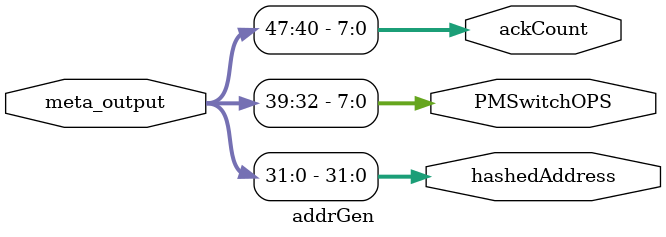
<source format=v>
`timescale 1ns / 1ps


module addrGen(
    input [47:0] meta_output,
    output [31:0] hashedAddress,
    output [7:0] PMSwitchOPS,
    output [7:0] ackCount
    
    );
assign hashedAddress = meta_output[31:0];
assign PMSwitchOPS = meta_output[39:32];
assign ackCount = meta_output[47:40];
endmodule
</source>
